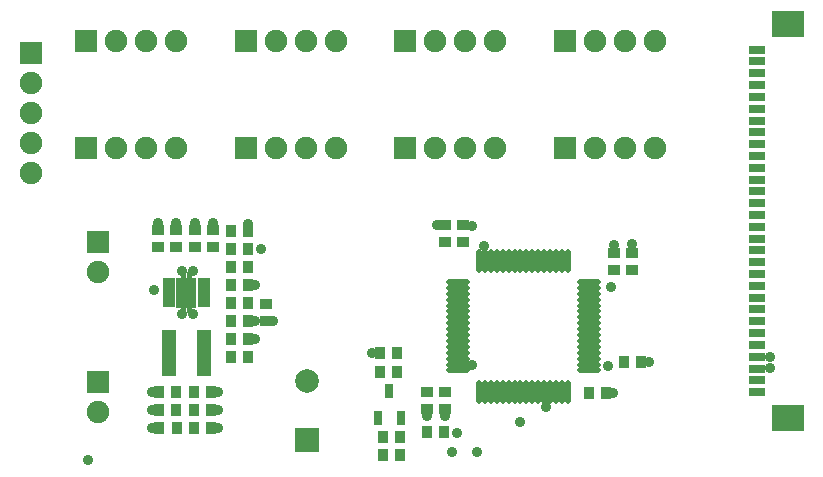
<source format=gts>
G04*
G04 #@! TF.GenerationSoftware,Altium Limited,Altium Designer,24.0.1 (36)*
G04*
G04 Layer_Color=8388736*
%FSLAX44Y44*%
%MOMM*%
G71*
G04*
G04 #@! TF.SameCoordinates,3FE1674D-11C2-4531-B8C6-FC8791136C40*
G04*
G04*
G04 #@! TF.FilePolarity,Negative*
G04*
G01*
G75*
%ADD29R,0.9532X1.0532*%
%ADD30R,0.6532X1.2032*%
%ADD31O,2.0032X0.5032*%
%ADD32O,0.5032X2.0032*%
%ADD33R,1.4532X0.7032*%
%ADD34R,2.7032X2.2032*%
%ADD35R,1.0032X0.5032*%
%ADD36R,1.7232X2.6032*%
%ADD37R,1.3032X3.9032*%
%ADD38R,1.0532X0.9532*%
%ADD39R,2.0032X2.0032*%
%ADD40C,2.0032*%
%ADD41C,1.9032*%
%ADD42R,1.9032X1.9032*%
%ADD43R,1.9032X1.9032*%
%ADD44C,0.9032*%
G36*
X629971Y532420D02*
X630067Y532391D01*
X630155Y532344D01*
X630232Y532281D01*
X630296Y532203D01*
X630343Y532115D01*
X630372Y532019D01*
X630382Y531920D01*
Y527278D01*
X633471D01*
X633570Y527268D01*
X633666Y527239D01*
X633754Y527192D01*
X633832Y527129D01*
X633895Y527051D01*
X633942Y526963D01*
X633971Y526867D01*
X633981Y526768D01*
Y502768D01*
X633971Y502668D01*
X633942Y502573D01*
X633895Y502484D01*
X633832Y502407D01*
X633754Y502343D01*
X633666Y502296D01*
X633570Y502267D01*
X633471Y502257D01*
X630382D01*
Y497720D01*
X630372Y497620D01*
X630343Y497524D01*
X630296Y497436D01*
X630232Y497359D01*
X630155Y497295D01*
X630067Y497248D01*
X629971Y497219D01*
X629871Y497209D01*
X626871D01*
X626772Y497219D01*
X626676Y497248D01*
X626588Y497295D01*
X626510Y497359D01*
X626447Y497436D01*
X626400Y497524D01*
X626371Y497620D01*
X626361Y497720D01*
Y502257D01*
X625382D01*
Y497720D01*
X625372Y497620D01*
X625343Y497524D01*
X625296Y497436D01*
X625232Y497359D01*
X625155Y497295D01*
X625067Y497248D01*
X624971Y497219D01*
X624871Y497209D01*
X621871D01*
X621772Y497219D01*
X621676Y497248D01*
X621588Y497295D01*
X621510Y497359D01*
X621447Y497436D01*
X621400Y497524D01*
X621371Y497620D01*
X621361Y497720D01*
Y502257D01*
X618271D01*
X618171Y502267D01*
X618075Y502296D01*
X617987Y502343D01*
X617910Y502407D01*
X617846Y502484D01*
X617799Y502573D01*
X617770Y502668D01*
X617760Y502768D01*
Y523720D01*
X617761Y523722D01*
Y526768D01*
X617770Y526867D01*
X617799Y526963D01*
X617847Y527051D01*
X617910Y527129D01*
X617988Y527192D01*
X618076Y527239D01*
X618172Y527268D01*
X618271Y527278D01*
X621361D01*
Y531920D01*
X621371Y532019D01*
X621400Y532115D01*
X621447Y532203D01*
X621510Y532281D01*
X621588Y532344D01*
X621676Y532391D01*
X621772Y532420D01*
X621871Y532430D01*
X624871D01*
X624971Y532420D01*
X625067Y532391D01*
X625155Y532344D01*
X625232Y532281D01*
X625296Y532203D01*
X625343Y532115D01*
X625372Y532019D01*
X625382Y531920D01*
Y527278D01*
X626361D01*
Y531920D01*
X626371Y532019D01*
X626400Y532115D01*
X626447Y532203D01*
X626510Y532281D01*
X626588Y532344D01*
X626676Y532391D01*
X626772Y532420D01*
X626871Y532430D01*
X629871D01*
X629971Y532420D01*
D02*
G37*
D29*
X792088Y392938D02*
D03*
X806588D02*
D03*
X792088Y377444D02*
D03*
X806588D02*
D03*
X804556Y447802D02*
D03*
X790056D02*
D03*
X804556Y463296D02*
D03*
X790056D02*
D03*
X844180Y396748D02*
D03*
X829680D02*
D03*
X646568Y400050D02*
D03*
X632068D02*
D03*
X981086Y429768D02*
D03*
X966586D02*
D03*
X663426Y460248D02*
D03*
X677926D02*
D03*
X677926Y551688D02*
D03*
X663426D02*
D03*
X677926Y536448D02*
D03*
X663426D02*
D03*
X646706Y415798D02*
D03*
X632206D02*
D03*
X646706Y431038D02*
D03*
X632206D02*
D03*
X602996Y415798D02*
D03*
X617496D02*
D03*
X602996Y431038D02*
D03*
X617496D02*
D03*
X663426Y505968D02*
D03*
X677926D02*
D03*
X663426Y566928D02*
D03*
X677926D02*
D03*
X663426Y521208D02*
D03*
X677926D02*
D03*
X663426Y475488D02*
D03*
X677926D02*
D03*
Y490728D02*
D03*
X663426D02*
D03*
X617612Y400050D02*
D03*
X603112D02*
D03*
X996558Y456184D02*
D03*
X1011058D02*
D03*
D30*
X797814Y431366D02*
D03*
X807314Y408686D02*
D03*
X788314D02*
D03*
D31*
X855852Y448910D02*
D03*
Y453910D02*
D03*
Y458910D02*
D03*
Y463910D02*
D03*
Y468910D02*
D03*
Y473910D02*
D03*
X855852Y478910D02*
D03*
Y483910D02*
D03*
X855852Y488910D02*
D03*
Y493910D02*
D03*
Y498910D02*
D03*
Y503910D02*
D03*
Y508910D02*
D03*
X855852Y513910D02*
D03*
Y518910D02*
D03*
X855852Y523910D02*
D03*
X966852Y523910D02*
D03*
Y518910D02*
D03*
Y513910D02*
D03*
Y508910D02*
D03*
Y503910D02*
D03*
Y498910D02*
D03*
Y493910D02*
D03*
Y488910D02*
D03*
Y483910D02*
D03*
Y478910D02*
D03*
Y473910D02*
D03*
X966852Y468910D02*
D03*
Y463910D02*
D03*
X966852Y458910D02*
D03*
Y453910D02*
D03*
Y448910D02*
D03*
D32*
X873852Y541910D02*
D03*
X878852Y541910D02*
D03*
X883852D02*
D03*
X888852Y541910D02*
D03*
X893852D02*
D03*
X898852D02*
D03*
X903852D02*
D03*
X908852D02*
D03*
X913852Y541910D02*
D03*
X918852D02*
D03*
X923852D02*
D03*
X928852Y541910D02*
D03*
X933852D02*
D03*
X938852D02*
D03*
X943852D02*
D03*
X948852D02*
D03*
Y430656D02*
D03*
X943852D02*
D03*
X938852D02*
D03*
X933852D02*
D03*
X928852D02*
D03*
X923852D02*
D03*
X918852D02*
D03*
X913852D02*
D03*
X908852D02*
D03*
X903852D02*
D03*
X898852D02*
D03*
X893852D02*
D03*
X888852D02*
D03*
X883852D02*
D03*
X878852D02*
D03*
X873852D02*
D03*
D33*
X1109218Y700550D02*
D03*
Y690550D02*
D03*
Y660550D02*
D03*
Y640550D02*
D03*
Y610550D02*
D03*
Y600550D02*
D03*
Y590550D02*
D03*
Y580550D02*
D03*
Y540550D02*
D03*
Y530550D02*
D03*
Y550550D02*
D03*
Y560550D02*
D03*
Y520550D02*
D03*
Y510550D02*
D03*
Y500550D02*
D03*
Y490550D02*
D03*
Y480550D02*
D03*
Y470550D02*
D03*
Y460550D02*
D03*
Y450550D02*
D03*
Y440550D02*
D03*
Y430550D02*
D03*
Y570550D02*
D03*
Y620550D02*
D03*
Y630550D02*
D03*
Y650550D02*
D03*
Y670550D02*
D03*
Y680550D02*
D03*
Y710550D02*
D03*
Y720550D02*
D03*
D34*
X1134968Y742450D02*
D03*
Y408650D02*
D03*
D35*
X610857Y524857D02*
D03*
Y519858D02*
D03*
Y514857D02*
D03*
Y509858D02*
D03*
Y504857D02*
D03*
X640855D02*
D03*
Y509858D02*
D03*
Y514857D02*
D03*
Y524857D02*
D03*
Y519858D02*
D03*
D36*
X625871Y514768D02*
D03*
D37*
X640856Y464058D02*
D03*
X610856D02*
D03*
D38*
X602234Y567574D02*
D03*
Y553074D02*
D03*
X617474Y567574D02*
D03*
Y553074D02*
D03*
X648208Y567574D02*
D03*
Y553074D02*
D03*
X632968Y567574D02*
D03*
Y553074D02*
D03*
X693166Y491098D02*
D03*
Y505598D02*
D03*
X829310Y430784D02*
D03*
Y416284D02*
D03*
X844550Y430784D02*
D03*
Y416284D02*
D03*
X845312Y571892D02*
D03*
Y557392D02*
D03*
X860552Y571892D02*
D03*
Y557392D02*
D03*
X987806Y548524D02*
D03*
Y534024D02*
D03*
X1003046Y548524D02*
D03*
Y534024D02*
D03*
D39*
X728218Y390036D02*
D03*
D40*
Y440036D02*
D03*
D41*
X494284Y615950D02*
D03*
Y641350D02*
D03*
Y666750D02*
D03*
Y692150D02*
D03*
X617220Y637540D02*
D03*
X591820D02*
D03*
X566420D02*
D03*
X1022350D02*
D03*
X996950D02*
D03*
X971550D02*
D03*
X551180Y532130D02*
D03*
X617220Y727710D02*
D03*
X591820D02*
D03*
X566420D02*
D03*
X1022350D02*
D03*
X996950D02*
D03*
X971550D02*
D03*
X887307Y637540D02*
D03*
X861907D02*
D03*
X836507D02*
D03*
X887307Y727710D02*
D03*
X861907D02*
D03*
X836507D02*
D03*
X752263Y637540D02*
D03*
X726863D02*
D03*
X701463D02*
D03*
X752263Y727710D02*
D03*
X726863D02*
D03*
X701463D02*
D03*
X551180Y414020D02*
D03*
D42*
X494284Y717550D02*
D03*
X541020Y637540D02*
D03*
X946150D02*
D03*
X541020Y727710D02*
D03*
X946150D02*
D03*
X811107Y637540D02*
D03*
Y727710D02*
D03*
X676063Y637540D02*
D03*
Y727710D02*
D03*
D43*
X551180Y557530D02*
D03*
Y439420D02*
D03*
D44*
X782828Y463550D02*
D03*
X542544Y372872D02*
D03*
X855020Y396240D02*
D03*
X908304Y405130D02*
D03*
X982980Y452616D02*
D03*
X985520Y519950D02*
D03*
X1003046Y555752D02*
D03*
X988060Y554990D02*
D03*
X837946Y572008D02*
D03*
X868172Y571500D02*
D03*
X629666Y506476D02*
D03*
X622046Y506730D02*
D03*
X621792Y523240D02*
D03*
X629666Y522986D02*
D03*
X625871Y514768D02*
D03*
X621871Y532980D02*
D03*
X631671D02*
D03*
X621871Y496556D02*
D03*
X631671D02*
D03*
X602234Y573786D02*
D03*
X617474D02*
D03*
X632968D02*
D03*
X648208D02*
D03*
X677926Y573140D02*
D03*
X684138Y521208D02*
D03*
X699378Y491098D02*
D03*
X684138Y490728D02*
D03*
Y475488D02*
D03*
X652918Y431038D02*
D03*
Y415798D02*
D03*
X652780Y400050D02*
D03*
X596900D02*
D03*
X596784Y415798D02*
D03*
Y431038D02*
D03*
X877709Y554672D02*
D03*
X868172Y453898D02*
D03*
X829310Y410072D02*
D03*
X844550D02*
D03*
X850646Y379730D02*
D03*
X872236Y379476D02*
D03*
X930077Y417835D02*
D03*
X987298Y429768D02*
D03*
X1017270Y456184D02*
D03*
X1119886Y450596D02*
D03*
Y460502D02*
D03*
X598678Y516890D02*
D03*
X689356Y551434D02*
D03*
M02*

</source>
